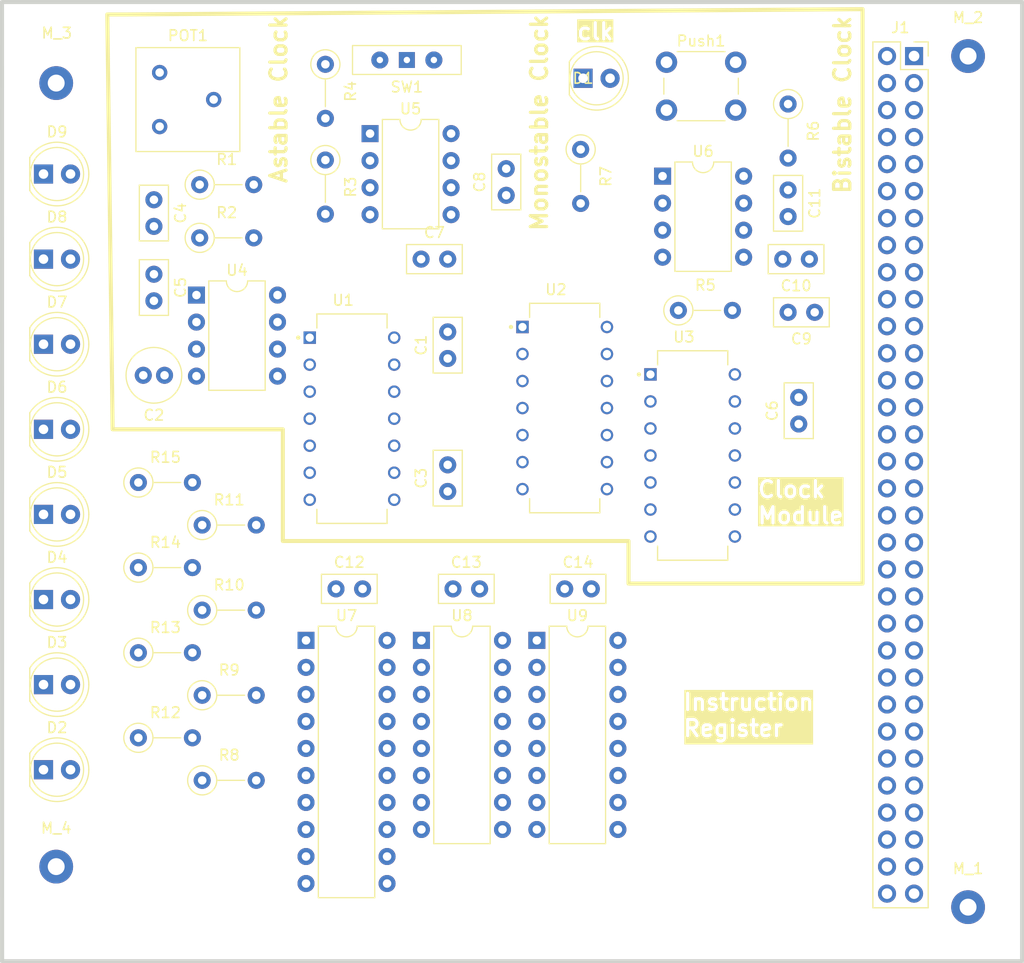
<source format=kicad_pcb>
(kicad_pcb (version 20240108) (generator "pcbnew") (generator_version "8.0")
  (title_block (title "Clock Module") (date "2024-10-22") (rev ".10") (company "Arsenal Gear"))
  (layers (0 "F.Cu" signal) (31 "B.Cu" signal) (34 "B.Paste" user) (35 "F.Paste" user) (36 "B.SilkS" user "B.Silkscreen") (37 "F.SilkS" user "F.Silkscreen") (38 "B.Mask" user) (39 "F.Mask" user) (44 "Edge.Cuts" user))
  (net 0 "")
  (net 1 "GND")
  (net 2 "/CLK")
  (net 22 "/Clock/bistable_out")
  (net 45 "Net-(POT1-Pad2)")
  (net 46 "5V")
  (net 47 "/Clock/astable_out")
  (net 48 "/Clock/monostable_out")
  (net 49 "Net-(U4-THR)")
  (net 50 "Net-(U5-CV)")
  (net 51 "Net-(U6-DIS)")
  (net 52 "Net-(U6-CV)")
  (net 53 "Net-(D1-K)")
  (net 54 "Net-(U6-TR)")
  (net 55 "Net-(U4-DIS)")
  (net 56 "/~{CLK}")
  (net 57 "Net-(SW1-C)")
  (net 58 "Net-(SW1-A)")
  (net 59 "Net-(U1-Pad6)")
  (net 60 "Net-(U1-Pad9)")
  (net 61 "Net-(U1-Pad4)")
  (net 62 "/halt")
  (net 63 "Net-(U4-CV)")
  (net 64 "Net-(U1-Pad3)")
  (net 65 "Net-(U1-Pad10)")
  (net 72 "Net-(U1-Pad12)")
  (net 73 "Net-(D2-K)")
  (net 74 "/ir7")
  (net 75 "Net-(D3-K)")
  (net 76 "/ir6")
  (net 77 "Net-(D4-K)")
  (net 78 "/ir5")
  (net 79 "/ir4")
  (net 80 "Net-(D5-K)")
  (net 81 "Net-(D6-K)")
  (net 82 "/bus4")
  (net 83 "Net-(D7-K)")
  (net 84 "/bus5")
  (net 85 "/bus6")
  (net 86 "Net-(D8-K)")
  (net 87 "/bus7")
  (net 88 "Net-(D9-K)")
  (net 89 "/bus3")
  (net 90 "/clearIR")
  (net 91 "/bus2")
  (net 92 "/bus0")
  (net 93 "/~{IR_OE}")
  (net 94 "/bus1")
  (net 95 "/~{IR_IE}")
  (net 96 "Net-(D2-A)")
  (net 97 "Net-(D3-A)")
  (net 98 "Net-(D4-A)")
  (net 99 "Net-(D5-A)")
  (footprint "LED_THT:LED_D5.0mm" (layer "F.Cu") (at 136.525 44)
    (property "Reference" "D1" (at 0 0 0) (layer "F.SilkS"))
    (property "Value" "LED")
    (pad "1" thru_hole rect (at 0 0) (size 1.8 1.8) (drill 0.9) (layers "*.Cu" "*.Mask") (net 53 "Net-(D1-K)"))
    (pad "2" thru_hole circle (at 2.54 0) (size 1.8 1.8) (drill 0.9) (layers "*.Cu" "*.Mask") (net 2 "/CLK"))
  )
  (footprint "LED_THT:LED_D5.0mm" (layer "F.Cu") (at 85.8 53)
    (property "Reference" "D9" (at 1.27 -3.96 0) (layer "F.SilkS"))
    (property "Value" "LED")
    (pad "1" thru_hole rect (at 0 0) (size 1.8 1.8) (drill 0.9) (layers "*.Cu" "*.Mask") (net 88 "Net-(D9-K)"))
    (pad "2" thru_hole circle (at 2.54 0) (size 1.8 1.8) (drill 0.9) (layers "*.Cu" "*.Mask") (net 74 "/ir7"))
  )
  (footprint "Capacitor_THT:C_Disc_D5.0mm_W2.5mm_P2.50mm" (layer "F.Cu") (at 113.3 92)
    (property "Reference" "C12" (at 1.25 -2.5 0) (layer "F.SilkS"))
    (property "Value" ".01µF")
    (pad "1" thru_hole circle (at 0 0) (size 1.6 1.6) (drill 0.8) (layers "*.Cu" "*.Mask") (net 1 "GND"))
    (pad "2" thru_hole circle (at 2.5 0) (size 1.6 1.6) (drill 0.8) (layers "*.Cu" "*.Mask") (net 46 "5V"))
  )
  (footprint "Resistor_THT:R_Axial_DIN0207_L6.3mm_D2.5mm_P5.08mm_Vertical" (layer "F.Cu") (at 145.485 65.82)
    (property "Reference" "R5" (at 2.54 -2.37 0) (layer "F.SilkS"))
    (property "Value" "1M")
    (pad "1" thru_hole circle (at 0 0) (size 1.6 1.6) (drill 0.8) (layers "*.Cu" "*.Mask") (net 46 "5V"))
    (pad "2" thru_hole oval (at 5.08 0) (size 1.6 1.6) (drill 0.8) (layers "*.Cu" "*.Mask") (net 51 "Net-(U6-DIS)"))
  )
  (footprint "Resistor_THT:R_Axial_DIN0207_L6.3mm_D2.5mm_P5.08mm_Vertical" (layer "F.Cu") (at 100.72 86)
    (property "Reference" "R11" (at 2.54 -2.37 0) (layer "F.SilkS"))
    (property "Value" "220")
    (pad "1" thru_hole circle (at 0 0) (size 1.6 1.6) (drill 0.8) (layers "*.Cu" "*.Mask") (net 80 "Net-(D5-K)"))
    (pad "2" thru_hole oval (at 5.08 0) (size 1.6 1.6) (drill 0.8) (layers "*.Cu" "*.Mask") (net 1 "GND"))
  )
  (footprint "Capacitor_THT:C_Disc_D5.0mm_W2.5mm_P2.50mm" (layer "F.Cu") (at 123.8 82.84 90)
    (property "Reference" "C3" (at 1.25 -2.5 90) (layer "F.SilkS"))
    (property "Value" ".01µF")
    (pad "1" thru_hole circle (at 0 0 90) (size 1.6 1.6) (drill 0.8) (layers "*.Cu" "*.Mask") (net 1 "GND"))
    (pad "2" thru_hole circle (at 2.5 0 90) (size 1.6 1.6) (drill 0.8) (layers "*.Cu" "*.Mask") (net 46 "5V"))
  )
  (footprint "Resistor_THT:R_Axial_DIN0207_L6.3mm_D2.5mm_P5.08mm_Vertical" (layer "F.Cu") (at 94.72 82)
    (property "Reference" "R15" (at 2.54 -2.37 0) (layer "F.SilkS"))
    (property "Value" "220")
    (pad "1" thru_hole circle (at 0 0) (size 1.6 1.6) (drill 0.8) (layers "*.Cu" "*.Mask") (net 88 "Net-(D9-K)"))
    (pad "2" thru_hole oval (at 5.08 0) (size 1.6 1.6) (drill 0.8) (layers "*.Cu" "*.Mask") (net 1 "GND"))
  )
  (footprint "MountingHole:MountingHole_2.5mm_Pad" (layer "F.Cu") (at 172.72 121.92)
    (property "Reference" "M_1" (at 0 -3.62325 0) (layer "F.SilkS"))
    (property "Value" "MountingHole_2.5mm_Pad" (hide yes))
    (pad "1" thru_hole circle (at 0 0) (size 3.175 3.175) (drill 1.5875) (layers "*.Cu" "*.Mask") (net 1 "GND"))
  )
  (footprint "LED_THT:LED_D5.0mm" (layer "F.Cu") (at 85.8 101)
    (property "Reference" "D3" (at 1.27 -3.96 0) (layer "F.SilkS"))
    (property "Value" "LED")
    (pad "1" thru_hole rect (at 0 0) (size 1.8 1.8) (drill 0.9) (layers "*.Cu" "*.Mask") (net 75 "Net-(D3-K)"))
    (pad "2" thru_hole circle (at 2.54 0) (size 1.8 1.8) (drill 0.9) (layers "*.Cu" "*.Mask") (net 97 "Net-(D3-A)"))
  )
  (footprint "LED_THT:LED_D5.0mm" (layer "F.Cu") (at 85.8 61)
    (property "Reference" "D8" (at 1.27 -3.96 0) (layer "F.SilkS"))
    (property "Value" "LED")
    (pad "1" thru_hole rect (at 0 0) (size 1.8 1.8) (drill 0.9) (layers "*.Cu" "*.Mask") (net 86 "Net-(D8-K)"))
    (pad "2" thru_hole circle (at 2.54 0) (size 1.8 1.8) (drill 0.9) (layers "*.Cu" "*.Mask") (net 76 "/ir6"))
  )
  (footprint "Capacitor_THT:C_Disc_D5.0mm_W2.5mm_P2.50mm" (layer "F.Cu") (at 96.18 55.42 -90)
    (property "Reference" "C4" (at 1.25 -2.5 90) (layer "F.SilkS"))
    (property "Value" ".01µF")
    (pad "1" thru_hole circle (at 0 0 270) (size 1.6 1.6) (drill 0.8) (layers "*.Cu" "*.Mask") (net 1 "GND"))
    (pad "2" thru_hole circle (at 2.5 0 270) (size 1.6 1.6) (drill 0.8) (layers "*.Cu" "*.Mask") (net 63 "Net-(U4-CV)"))
  )
  (footprint "Resistor_THT:R_Axial_DIN0207_L6.3mm_D2.5mm_P5.08mm_Vertical" (layer "F.Cu") (at 100.485 59)
    (property "Reference" "R2" (at 2.54 -2.37 0) (layer "F.SilkS"))
    (property "Value" "1K")
    (pad "1" thru_hole circle (at 0 0) (size 1.6 1.6) (drill 0.8) (layers "*.Cu" "*.Mask") (net 55 "Net-(U4-DIS)"))
    (pad "2" thru_hole oval (at 5.08 0) (size 1.6 1.6) (drill 0.8) (layers "*.Cu" "*.Mask") (net 45 "Net-(POT1-Pad2)"))
  )
  (footprint "Resistor_THT:R_Axial_DIN0207_L6.3mm_D2.5mm_P5.08mm_Vertical" (layer "F.Cu") (at 100.485 54)
    (property "Reference" "R1" (at 2.54 -2.37 0) (layer "F.SilkS"))
    (property "Value" "1K")
    (pad "1" thru_hole circle (at 0 0) (size 1.6 1.6) (drill 0.8) (layers "*.Cu" "*.Mask") (net 55 "Net-(U4-DIS)"))
    (pad "2" thru_hole oval (at 5.08 0) (size 1.6 1.6) (drill 0.8) (layers "*.Cu" "*.Mask") (net 46 "5V"))
  )
  (footprint "Resistor_THT:R_Axial_DIN0207_L6.3mm_D2.5mm_P5.08mm_Vertical" (layer "F.Cu") (at 155.8 46.42 -90)
    (property "Reference" "R6" (at 2.54 -2.37 90) (layer "F.SilkS"))
    (property "Value" "1K")
    (pad "1" thru_hole circle (at 0 0 270) (size 1.6 1.6) (drill 0.8) (layers "*.Cu" "*.Mask") (net 54 "Net-(U6-TR)"))
    (pad "2" thru_hole oval (at 5.08 0 270) (size 1.6 1.6) (drill 0.8) (layers "*.Cu" "*.Mask") (net 46 "5V"))
  )
  (footprint "LED_THT:LED_D5.0mm" (layer "F.Cu") (at 85.8 85)
    (property "Reference" "D5" (at 1.27 -3.96 0) (layer "F.SilkS"))
    (property "Value" "LED")
    (pad "1" thru_hole rect (at 0 0) (size 1.8 1.8) (drill 0.9) (layers "*.Cu" "*.Mask") (net 80 "Net-(D5-K)"))
    (pad "2" thru_hole circle (at 2.54 0) (size 1.8 1.8) (drill 0.9) (layers "*.Cu" "*.Mask") (net 99 "Net-(D5-A)"))
  )
  (footprint "Package_DIP:DIP-8_W7.62mm" (layer "F.Cu") (at 144 53.2)
    (property "Reference" "U6" (at 3.81 -2.33 0) (layer "F.SilkS"))
    (property "Value" "LM555xN")
    (pad "1" thru_hole rect (at 0 0) (size 1.6 1.6) (drill 0.8) (layers "*.Cu" "*.Mask") (net 1 "GND"))
    (pad "2" thru_hole oval (at 0 2.54) (size 1.6 1.6) (drill 0.8) (layers "*.Cu" "*.Mask") (net 54 "Net-(U6-TR)"))
    (pad "3" thru_hole oval (at 0 5.08) (size 1.6 1.6) (drill 0.8) (layers "*.Cu" "*.Mask") (net 48 "/Clock/monostable_out"))
    (pad "4" thru_hole oval (at 0 7.62) (size 1.6 1.6) (drill 0.8) (layers "*.Cu" "*.Mask") (net 46 "5V"))
    (pad "5" thru_hole oval (at 7.62 7.62) (size 1.6 1.6) (drill 0.8) (layers "*.Cu" "*.Mask") (net 52 "Net-(U6-CV)"))
    (pad "6" thru_hole oval (at 7.62 5.08) (size 1.6 1.6) (drill 0.8) (layers "*.Cu" "*.Mask") (net 51 "Net-(U6-DIS)"))
    (pad "7" thru_hole oval (at 7.62 2.54) (size 1.6 1.6) (drill 0.8) (layers "*.Cu" "*.Mask") (net 51 "Net-(U6-DIS)"))
    (pad "8" thru_hole oval (at 7.62 0) (size 1.6 1.6) (drill 0.8) (layers "*.Cu" "*.Mask") (net 46 "5V"))
  )
  (footprint "Resistor_THT:R_Axial_DIN0207_L6.3mm_D2.5mm_P5.08mm_Vertical" (layer "F.Cu") (at 94.72 98)
    (property "Reference" "R13" (at 2.54 -2.37 0) (layer "F.SilkS"))
    (property "Value" "220")
    (pad "1" thru_hole circle (at 0 0) (size 1.6 1.6) (drill 0.8) (layers "*.Cu" "*.Mask") (net 83 "Net-(D7-K)"))
    (pad "2" thru_hole oval (at 5.08 0) (size 1.6 1.6) (drill 0.8) (layers "*.Cu" "*.Mask") (net 1 "GND"))
  )
  (footprint "Package_DIP:DIP-16_W7.62mm" (layer "F.Cu") (at 121.33 96.84)
    (property "Reference" "U8" (at 3.81 -2.33 0) (layer "F.SilkS"))
    (property "Value" "74LS173")
    (pad "1" thru_hole rect (at 0 0) (size 1.6 1.6) (drill 0.8) (layers "*.Cu" "*.Mask") (net 1 "GND"))
    (pad "2" thru_hole oval (at 0 2.54) (size 1.6 1.6) (drill 0.8) (layers "*.Cu" "*.Mask") (net 1 "GND"))
    (pad "3" thru_hole oval (at 0 5.08) (size 1.6 1.6) (drill 0.8) (layers "*.Cu" "*.Mask") (net 96 "Net-(D2-A)"))
    (pad "4" thru_hole oval (at 0 7.62) (size 1.6 1.6) (drill 0.8) (layers "*.Cu" "*.Mask") (net 97 "Net-(D3-A)"))
    (pad "5" thru_hole oval (at 0 10.16) (size 1.6 1.6) (drill 0.8) (layers "*.Cu" "*.Mask") (net 98 "Net-(D4-A)"))
    (pad "6" thru_hole oval (at 0 12.7) (size 1.6 1.6) (drill 0.8) (layers "*.Cu" "*.Mask") (net 99 "Net-(D5-A)"))
    (pad "7" thru_hole oval (at 0 15.24) (size 1.6 1.6) (drill 0.8) (layers "*.Cu" "*.Mask") (net 2 "/CLK"))
    (pad "8" thru_hole oval (at 0 17.78) (size 1.6 1.6) (drill 0.8) (layers "*.Cu" "*.Mask") (net 1 "GND"))
    (pad "9" thru_hole oval (at 7.62 17.78) (size 1.6 1.6) (drill 0.8) (layers "*.Cu" "*.Mask") (net 95 "/~{IR_IE}"))
    (pad "10" thru_hole oval (at 7.62 15.24) (size 1.6 1.6) (drill 0.8) (layers "*.Cu" "*.Mask") (net 95 "/~{IR_IE}"))
    (pad "11" thru_hole oval (at 7.62 12.7) (size 1.6 1.6) (drill 0.8) (layers "*.Cu" "*.Mask") (net 89 "/bus3"))
    (pad "12" thru_hole oval (at 7.62 10.16) (size 1.6 1.6) (drill 0.8) (layers "*.Cu" "*.Mask") (net 91 "/bus2"))
    (pad "13" thru_hole oval (at 7.62 7.62) (size 1.6 1.6) (drill 0.8) (layers "*.Cu" "*.Mask") (net 94 "/bus1"))
    (pad "14" thru_hole oval (at 7.62 5.08) (size 1.6 1.6) (drill 0.8) (layers "*.Cu" "*.Mask") (net 92 "/bus0"))
    (pad "15" thru_hole oval (at 7.62 2.54) (size 1.6 1.6) (drill 0.8) (layers "*.Cu" "*.Mask") (net 90 "/clearIR"))
    (pad "16" thru_hole oval (at 7.62 0) (size 1.6 1.6) (drill 0.8) (layers "*.Cu" "*.Mask") (net 46 "5V"))
  )
  (footprint "MyFootPrints:SW_Slide-Jameco-SS-12E17-G020" (layer "F.Cu") (at 119.96 42.28 180)
    (property "Reference" "SW1" (at 0 -2.54 0) (layer "F.SilkS"))
    (property "Value" "Switch")
    (pad "1" thru_hole rect (at 0 0 180) (size 1.5 1.5) (drill 0.6) (layers "*.Cu" "*.Mask") (net 46 "5V"))
    (pad "2" thru_hole circle (at -2.54 0 180) (size 1.6 1.6) (drill 0.6) (layers "*.Cu" "*.Mask") (net 57 "Net-(SW1-C)"))
    (pad "3" thru_hole circle (at 2.54 0 180) (size 1.6 1.6) (drill 0.6) (layers "*.Cu" "*.Mask") (net 58 "Net-(SW1-A)"))
  )
  (footprint "Capacitor_THT:C_Disc_D5.0mm_W2.5mm_P2.50mm" (layer "F.Cu") (at 155.8 54.5 -90)
    (property "Reference" "C11" (at 1.25 -2.5 90) (layer "F.SilkS"))
    (property "Value" "47uF")
    (pad "1" thru_hole circle (at 0 0 270) (size 1.6 1.6) (drill 0.8) (layers "*.Cu" "*.Mask") (net 46 "5V"))
    (pad "2" thru_hole circle (at 2.5 0 270) (size 1.6 1.6) (drill 0.8) (layers "*.Cu" "*.Mask") (net 1 "GND"))
  )
  (footprint "Resistor_THT:R_Axial_DIN0207_L6.3mm_D2.5mm_P5.08mm_Vertical" (layer "F.Cu") (at 100.72 94)
    (property "Reference" "R10" (at 2.54 -2.37 0) (layer "F.SilkS"))
    (property "Value" "220")
    (pad "1" thru_hole circle (at 0 0) (size 1.6 1.6) (drill 0.8) (layers "*.Cu" "*.Mask") (net 77 "Net-(D4-K)"))
    (pad "2" thru_hole oval (at 5.08 0) (size 1.6 1.6) (drill 0.8) (layers "*.Cu" "*.Mask") (net 1 "GND"))
  )
  (footprint "Resistor_THT:R_Axial_DIN0207_L6.3mm_D2.5mm_P5.08mm_Vertical" (layer "F.Cu") (at 94.72 90)
    (property "Reference" "R14" (at 2.54 -2.37 0) (layer "F.SilkS"))
    (property "Value" "220")
    (pad "1" thru_hole circle (at 0 0) (size 1.6 1.6) (drill 0.8) (layers "*.Cu" "*.Mask") (net 86 "Net-(D8-K)"))
    (pad "2" thru_hole oval (at 5.08 0) (size 1.6 1.6) (drill 0.8) (layers "*.Cu" "*.Mask") (net 1 "GND"))
  )
  (footprint "MyFootPrints:SN74LS32N" (layer "F.Cu") (at 134.8 75)
    (property "Reference" "U2" (at -0.825 -11.135 0) (layer "F.SilkS"))
    (property "Value" "74LS32")
    (pad "1" thru_hole rect (at -3.97 -7.62) (size 1.17 1.17) (drill 0.77) (layers "*.Cu" "*.Mask") (net 64 "Net-(U1-Pad3)"))
    (pad "2" thru_hole circle (at -3.97 -5.08) (size 1.17 1.17) (drill 0.77) (layers "*.Cu" "*.Mask") (net 59 "Net-(U1-Pad6)"))
    (pad "3" thru_hole circle (at -3.97 -2.54) (size 1.17 1.17) (drill 0.77) (layers "*.Cu" "*.Mask") (net 60 "Net-(U1-Pad9)"))
    (pad "4" thru_hole circle (at -3.97 0) (size 1.17 1.17) (drill 0.77) (layers "*.Cu" "*.Mask") (net 46 "5V"))
    (pad "5" thru_hole circle (at -3.97 2.54) (size 1.17 1.17) (drill 0.77) (layers "*.Cu" "*.Mask") (net 46 "5V"))
    (pad "6" thru_hole circle (at -3.97 5.08) (size 1.17 1.17) (drill 0.77) (layers "*.Cu" "*.Mask"))
    (pad "7" thru_hole circle (at -3.97 7.62) (size 1.17 1.17) (drill 0.77) (layers "*.Cu" "*.Mask") (net 1 "GND"))
    (pad "8" thru_hole circle (at 3.97 7.62) (size 1.17 1.17) (drill 0.77) (layers "*.Cu" "*.Mask"))
    (pad "9" thru_hole circle (at 3.97 5.08) (size 1.17 1.17) (drill 0.77) (layers "*.Cu" "*.Mask") (net 46 "5V"))
    (pad "10" thru_hole circle (at 3.97 2.54) (size 1.17 1.17) (drill 0.77) (layers "*.Cu" "*.Mask") (net 46 "5V"))
    (pad "11" thru_hole circle (at 3.97 0) (size 1.17 1.17) (drill 0.77) (layers "*.Cu" "*.Mask"))
    (pad "12" thru_hole circle (at 3.97 -2.54) (size 1.17 1.17) (drill 0.77) (layers "*.Cu" "*.Mask") (net 46 "5V"))
    (pad "13" thru_hole circle (at 3.97 -5.08) (size 1.17 1.17) (drill 0.77) (layers "*.Cu" "*.Mask") (net 46 "5V"))
    (pad "14" thru_hole circle (at 3.97 -7.62) (size 1.17 1.17) (drill 0.77) (layers "*.Cu" "*.Mask") (net 46 "5V"))
  )
  (footprint "Capacitor_THT:C_Radial_D5.0mm_H11.0mm_P2.00mm" (layer "F.Cu") (at 97.18 71.92 180)
    (property "Reference" "C2" (at 1 -3.75 0) (layer "F.SilkS"))
    (property "Value" "1µF")
    (pad "1" thru_hole circle (at 0 0 180) (size 1.6 1.6) (drill 0.8) (layers "*.Cu" "*.Mask") (net 49 "Net-(U4-THR)"))
    (pad "2" thru_hole circle (at 2 0 180) (size 1.6 1.6) (drill 0.8) (layers "*.Cu" "*.Mask") (net 1 "GND"))
  )
  (footprint "Capacitor_THT:C_Disc_D5.0mm_W2.5mm_P2.50mm" (layer "F.Cu") (at 134.8 92)
    (property "Reference" "C14" (at 1.25 -2.5 360) (layer "F.SilkS"))
    (property "Value" ".01µF")
    (pad "1" thru_hole circle (at 0 0) (size 1.6 1.6) (drill 0.8) (layers "*.Cu" "*.Mask") (net 1 "GND"))
    (pad "2" thru_hole circle (at 2.5 0) (size 1.6 1.6) (drill 0.8) (layers "*.Cu" "*.Mask") (net 46 "5V"))
  )
  (footprint "Capacitor_THT:C_Disc_D5.0mm_W2.5mm_P2.50mm" (layer "F.Cu") (at 156.8 76.5 90)
    (property "Reference" "C6" (at 1.25 -2.5 90) (layer "F.SilkS"))
    (property "Value" ".01µF")
    (pad "1" thru_hole circle (at 0 0 90) (size 1.6 1.6) (drill 0.8) (layers "*.Cu" "*.Mask") (net 1 "GND"))
    (pad "2" thru_hole circle (at 2.5 0 90) (size 1.6 1.6) (drill 0.8) (layers "*.Cu" "*.Mask") (net 46 "5V"))
  )
  (footprint "Package_DIP:DIP-8_W7.62mm" (layer "F.Cu") (at 116.5 49.2)
    (property "Reference" "U5" (at 3.81 -2.33 0) (layer "F.SilkS"))
    (property "Value" "LM555xN")
    (pad "1" thru_hole rect (at 0 0) (size 1.6 1.6) (drill 0.8) (layers "*.Cu" "*.Mask") (net 1 "GND"))
    (pad "2" thru_hole oval (at 0 2.54) (size 1.6 1.6) (drill 0.8) (layers "*.Cu" "*.Mask") (net 58 "Net-(SW1-A)"))
    (pad "3" thru_hole oval (at 0 5.08) (size 1.6 1.6) (drill 0.8) (layers "*.Cu" "*.Mask") (net 22 "/Clock/bistable_out"))
    (pad "4" thru_hole oval (at 0 7.62) (size 1.6 1.6) (drill 0.8) (layers "*.Cu" "*.Mask") (net 57 "Net-(SW1-C)"))
    (pad "5" thru_hole oval (at 7.62 7.62) (size 1.6 1.6) (drill 0.8) (layers "*.Cu" "*.Mask") (net 50 "Net-(U5-CV)"))
    (pad "6" thru_hole oval (at 7.62 5.08) (size 1.6 1.6) (drill 0.8) (layers "*.Cu" "*.Mask") (net 1 "GND"))
    (pad "7" thru_hole oval (at 7.62 2.54) (size 1.6 1.6) (drill 0.8) (layers "*.Cu" "*.Mask") (net 1 "GND"))
    (pad "8" thru_hole oval (at 7.62 0) (size 1.6 1.6) (drill 0.8) (layers "*.Cu" "*.Mask") (net 46 "5V"))
  )
  (footprint "LED_THT:LED_D5.0mm" (layer "F.Cu") (at 85.8 109)
    (property "Reference" "D2" (at 1.27 -3.96 0) (layer "F.SilkS"))
    (property "Value" "LED")
    (pad "1" thru_hole rect (at 0 0) (size 1.8 1.8) (drill 0.9) (layers "*.Cu" "*.Mask") (net 73 "Net-(D2-K)"))
    (pad "2" thru_hole circle (at 2.54 0) (size 1.8 1.8) (drill 0.9) (layers "*.Cu" "*.Mask") (net 96 "Net-(D2-A)"))
  )
  (footprint "Resistor_THT:R_Axial_DIN0207_L6.3mm_D2.5mm_P5.08mm_Vertical" (layer "F.Cu") (at 100.72 110)
    (property "Reference" "R8" (at 2.54 -2.37 0) (layer "F.SilkS"))
    (property "Value" "220")
    (pad "1" thru_hole circle (at 0 0) (size 1.6 1.6) (drill 0.8) (layers "*.Cu" "*.Mask") (net 73 "Net-(D2-K)"))
    (pad "2" thru_hole oval (at 5.08 0) (size 1.6 1.6) (drill 0.8) (layers "*.Cu" "*.Mask") (net 1 "GND"))
  )
  (footprint "Capacitor_THT:C_Disc_D5.0mm_W2.5mm_P2.50mm" (layer "F.Cu") (at 123.8 70.34 90)
    (property "Reference" "C1" (at 1.25 -2.5 90) (layer "F.SilkS"))
    (property "Value" ".01µF")
    (pad "1" thru_hole circle (at 0 0 90) (size 1.6 1.6) (drill 0.8) (layers "*.Cu" "*.Mask") (net 1 "GND"))
    (pad "2" thru_hole circle (at 2.5 0 90) (size 1.6 1.6) (drill 0.8) (layers "*.Cu" "*.Mask") (net 46 "5V"))
  )
  (footprint "MyFootPrints:SN74LS08N" (layer "F.Cu") (at 114.8 76)
    (property "Reference" "U1" (at -0.825 -11.135 0) (layer "F.SilkS"))
    (property "Value" "74LS08")
    (pad "1" thru_hole rect (at -3.97 -7.62) (size 1.17 1.17) (drill 0.77) (layers "*.Cu" "*.Mask") (net 47 "/Clock/astable_out"))
    (pad "2" thru_hole circle (at -3.97 -5.08) (size 1.17 1.17) (drill 0.77) (layers "*.Cu" "*.Mask") (net 22 "/Clock/bistable_out"))
    (pad "3" thru_hole circle (at -3.97 -2.54) (size 1.17 1.17) (drill 0.77) (layers "*.Cu" "*.Mask") (net 64 "Net-(U1-Pad3)"))
    (pad "4" thru_hole circle (at -3.97 0) (size 1.17 1.17) (drill 0.77) (layers "*.Cu" "*.Mask") (net 61 "Net-(U1-Pad4)"))
    (pad "5" thru_hole circle (at -3.97 2.54) (size 1.17 1.17) (drill 0.77) (layers "*.Cu" "*.Mask") (net 48 "/Clock/monostable_out"))
    (pad "6" thru_hole circle (at -3.97 5.08) (size 1.17 1.17) (drill 0.77) (layers "*.Cu" "*.Mask") (net 59 "Net-(U1-Pad6)"))
    (pad "7" thru_hole circle (at -3.97 7.62) (size 1.17 1.17) (drill 0.77) (layers "*.Cu" "*.Mask") (net 1 "GND"))
    (pad "8" thru_hole circle (at 3.97 7.62) (size 1.17 1.17) (drill 0.77) (layers "*.Cu" "*.Mask") (net 72 "Net-(U1-Pad12)"))
    (pad "9" thru_hole circle (at 3.97 5.08) (size 1.17 1.17) (drill 0.77) (layers "*.Cu" "*.Mask") (net 60 "Net-(U1-Pad9)"))
    (pad "10" thru_hole circle (at 3.97 2.54) (size 1.17 1.17) (drill 0.77) (layers "*.Cu" "*.Mask") (net 65 "Net-(U1-Pad10)"))
    (pad "11" thru_hole circle (at 3.97 0) (size 1.17 1.17) (drill 0.77) (layers "*.Cu" "*.Mask") (net 2 "/CLK"))
    (pad "12" thru_hole circle (at 3.97 -2.54) (size 1.17 1.17) (drill 0.77) (layers "*.Cu" "*.Mask") (net 72 "Net-(U1-Pad12)"))
    (pad "13" thru_hole circle (at 3.97 -5.08) (size 1.17 1.17) (drill 0.77) (layers "*.Cu" "*.Mask") (net 1 "GND"))
    (pad "14" thru_hole circle (at 3.97 -7.62) (size 1.17 1.17) (drill 0.77) (layers "*.Cu" "*.Mask") (net 46 "5V"))
  )
  (footprint "Capacitor_THT:C_Disc_D5.0mm_W2.5mm_P2.50mm" (layer "F.Cu") (at 129.3 55 90)
    (property "Reference" "C8" (at 1.25 -2.5 90) (layer "F.SilkS"))
    (property "Value" "47uF")
    (pad "1" thru_hole circle (at 0 0 90) (size 1.6 1.6) (drill 0.8) (layers "*.Cu" "*.Mask") (net 1 "GND"))
    (pad "2" thru_hole circle (at 2.5 0 90) (size 1.6 1.6) (drill 0.8) (layers "*.Cu" "*.Mask") (net 46 "5V"))
  )
  (footprint "MyFootPrints:SN74LS04N" (layer "F.Cu") (at 146.83 79.46)
    (property "Reference" "U3" (at -0.825 -11.135 0) (layer "F.SilkS"))
    (property "Value" "74LS04")
    (pad "1" thru_hole rect (at -3.97 -7.62) (size 1.17 1.17) (drill 0.77) (layers "*.Cu" "*.Mask") (net 22 "/Clock/bistable_out"))
    (pad "2" thru_hole circle (at -3.97 -5.08) (size 1.17 1.17) (drill 0.77) (layers "*.Cu" "*.Mask") (net 61 "Net-(U1-Pad4)"))
    (pad "3" thru_hole circle (at -3.97 -2.54) (size 1.17 1.17) (drill 0.77) (layers "*.Cu" "*.Mask") (net 62 "/halt"))
    (pad "4" thru_hole circle (at -3.97 0) (size 1.17 1.17) (drill 0.77) (layers "*.Cu" "*.Mask") (net 65 "Net-(U1-Pad10)"))
    (pad "5" thru_hole circle (at -3.97 2.54) (size 1.17 1.17) (drill 0.77) (layers "*.Cu" "*.Mask") (net 72 "Net-(U1-Pad12)"))
    (pad "6" thru_hole circle (at -3.97 5.08) (size 1.17 1.17) (drill 0.77) (layers "*.Cu" "*.Mask") (net 56 "/~{CLK}"))
    (pad "7" thru_hole circle (at -3.97 7.62) (size 1.17 1.17) (drill 0.77) (layers "*.Cu" "*.Mask") (net 1 "GND"))
    (pad "8" thru_hole circle (at 3.97 7.62) (size 1.17 1.17) (drill 0.77) (layers "*.Cu" "*.Mask"))
    (pad "9" thru_hole circle (at 3.97 5.08) (size 1.17 1.17) (drill 0.77) (layers "*.Cu" "*.Mask") (net 46 "5V"))
    (pad "10" thru_hole circle (at 3.97 2.54) (size 1.17 1.17) (drill 0.77) (layers "*.Cu" "*.Mask"))
    (pad "11" thru_hole circle (at 3.97 0) (size 1.17 1.17) (drill 0.77) (layers "*.Cu" "*.Mask") (net 46 "5V"))
    (pad "12" thru_hole circle (at 3.97 -2.54) (size 1.17 1.17) (drill 0.77) (layers "*.Cu" "*.Mask"))
    (pad "13" thru_hole circle (at 3.97 -5.08) (size 1.17 1.17) (drill 0.77) (layers "*.Cu" "*.Mask") (net 46 "5V"))
    (pad "14" thru_hole circle (at 3.97 -7.62) (size 1.17 1.17) (drill 0.77) (layers "*.Cu" "*.Mask") (net 46 "5V"))
  )
  (footprint "Capacitor_THT:C_Disc_D5.0mm_W2.5mm_P2.50mm" (layer "F.Cu") (at 96.18 62.42 -90)
    (property "Reference" "C5" (at 1.25 -2.5 90) (layer "F.SilkS"))
    (property "Value" "47µF")
    (pad "1" thru_hole circle (at 0 0 270) (size 1.6 1.6) (drill 0.8) (layers "*.Cu" "*.Mask") (net 46 "5V"))
    (pad "2" thru_hole circle (at 2.5 0 270) (size 1.6 1.6) (drill 0.8) (layers "*.Cu" "*.Mask") (net 1 "GND"))
  )
  (footprint "Capacitor_THT:C_Disc_D5.0mm_W2.5mm_P2.50mm" (layer "F.Cu") (at 157.8 61 180)
    (property "Reference" "C10" (at 1.25 -2.5 360) (layer "F.SilkS"))
    (property "Value" ".01µF")
    (pad "1" thru_hole circle (at 0 0 180) (size 1.6 1.6) (drill 0.8) (layers "*.Cu" "*.Mask") (net 1 "GND"))
    (pad "2" thru_hole circle (at 2.5 0 180) (size 1.6 1.6) (drill 0.8) (layers "*.Cu" "*.Mask") (net 52 "Net-(U6-CV)"))
  )
  (footprint "Capacitor_THT:C_Disc_D5.0mm_W2.5mm_P2.50mm" (layer "F.Cu") (at 124.3 92)
    (property "Reference" "C13" (at 1.25 -2.5 0) (layer "F.SilkS"))
    (property "Value" ".01µF")
    (pad "1" thru_hole circle (at 0 0) (size 1.6 1.6) (drill 0.8) (layers "*.Cu" "*.Mask") (net 1 "GND"))
    (pad "2" thru_hole circle (at 2.5 0) (size 1.6 1.6) (drill 0.8) (layers "*.Cu" "*.Mask") (net 46 "5V"))
  )
  (footprint "Resistor_THT:R_Axial_DIN0207_L6.3mm_D2.5mm_P5.08mm_Vertical" (layer "F.Cu") (at 100.72 102)
    (property "Reference" "R9" (at 2.54 -2.37 0) (layer "F.SilkS"))
    (property "Value" "220")
    (pad "1" thru_hole circle (at 0 0) (size 1.6 1.6) (drill 0.8) (layers "*.Cu" "*.Mask") (net 75 "Net-(D3-K)"))
    (pad "2" thru_hole oval (at 5.08 0) (size 1.6 1.6) (drill 0.8) (layers "*.Cu" "*.Mask") (net 1 "GND"))
  )
  (footprint "Package_DIP:DIP-16_W7.62mm" (layer "F.Cu") (at 132.18 96.84)
    (property "Reference" "U9" (at 3.81 -2.33 0) (layer "F.SilkS"))
    (property "Value" "74LS173")
    (pad "1" thru_hole rect (at 0 0) (size 1.6 1.6) (drill 0.8) (layers "*.Cu" "*.Mask") (net 1 "GND"))
    (pad "2" thru_hole oval (at 0 2.54) (size 1.6 1.6) (drill 0.8) (layers "*.Cu" "*.Mask") (net 1 "GND"))
    (pad "3" thru_hole oval (at 0 5.08) (size 1.6 1.6) (drill 0.8) (layers "*.Cu" "*.Mask") (net 79 "/ir4"))
    (pad "4" thru_hole oval (at 0 7.62) (size 1.6 1.6) (drill 0.8) (layers "*.Cu" "*.Mask") (net 78 "/ir5"))
    (pad "5" thru_hole oval (at 0 10.16) (size 1.6 1.6) (drill 0.8) (layers "*.Cu" "*.Mask") (net 76 "/ir6"))
    (pad "6" thru_hole oval (at 0 12.7) (size 1.6 1.6) (drill 0.8) (layers "*.Cu" "*.Mask") (net 74 "/ir7"))
    (pad "7" thru_hole oval (at 0 15.24) (size 1.6 1.6) (drill 0.8) (layers "*.Cu" "*.Mask") (net 2 "/CLK"))
    (pad "8" thru_hole oval (at 0 17.78) (size 1.6 1.6) (drill 0.8) (layers "*.Cu" "*.Mask") (net 1 "GND"))
    (pad "9" thru_hole oval (at 7.62 17.78) (size 1.6 1.6) (drill 0.8) (layers "*.Cu" "*.Mask") (net 95 "/~{IR_IE}"))
    (pad "10" thru_hole oval (at 7.62 15.24) (size 1.6 1.6) (drill 0.8) (layers "*.Cu" "*.Mask") (net 95 "/~{IR_IE}"))
    (pad "11" thru_hole oval (at 7.62 12.7) (size 1.6 1.6) (drill 0.8) (layers "*.Cu" "*.Mask") (net 87 "/bus7"))
    (pad "12" thru_hole oval (at 7.62 10.16) (size 1.6 1.6) (drill 0.8) (layers "*.Cu" "*.Mask") (net 85 "/bus6"))
    (pad "13" thru_hole oval (at 7.62 7.62) (size 1.6 1.6) (drill 0.8) (layers "*.Cu" "*.Mask") (net 84 "/bus5"))
    (pad "14" thru_hole oval (at 7.62 5.08) (size 1.6 1.6) (drill 0.8) (layers "*.Cu" "*.Mask") (net 82 "/bus4"))
    (pad "15" thru_hole oval (at 7.62 2.54) (size 1.6 1.6) (drill 0.8) (layers "*.Cu" "*.Mask") (net 90 "/clearIR"))
    (pad "16" thru_hole oval (at 7.62 0) (size 1.6 1.6) (drill 0.8) (layers "*.Cu" "*.Mask") (net 46 "5V"))
  )
  (footprint "Package_DIP:DIP-20_W7.62mm" (layer "F.Cu") (at 110.48 96.84)
    (property "Reference" "U7" (at 3.81 -2.33 0) (layer "F.SilkS"))
    (property "Value" "74LS245")
    (pad "1" thru_hole rect (at 0 0) (size 1.6 1.6) (drill 0.8) (layers "*.Cu" "*.Mask") (net 46 "5V"))
    (pad "2" thru_hole oval (at 0 2.54) (size 1.6 1.6) (drill 0.8) (layers "*.Cu" "*.Mask") (net 79 "/ir4"))
    (pad "3" thru_hole oval (at 0 5.08) (size 1.6 1.6) (drill 0.8) (layers "*.Cu" "*.Mask") (net 78 "/ir5"))
    (pad "4" thru_hole oval (at 0 7.62) (size 1.6 1.6) (drill 0.8) (layers "*.Cu" "*.Mask") (net 76 "/ir6"))
    (pad "5" thru_hole oval (at 0 10.16) (size 1.6 1.6) (drill 0.8) (layers "*.Cu" "*.Mask") (net 74 "/ir7"))
    (pad "6" thru_hole oval (at 0 12.7) (size 1.6 1.6) (drill 0.8) (layers "*.Cu" "*.Mask") (net 1 "GND"))
    (pad "7" thru_hole oval (at 0 15.24) (size 1.6 1.6) (drill 0.8) (layers "*.Cu" "*.Mask") (net 1 "GND"))
    (pad "8" thru_hole oval (at 0 17.78) (size 1.6 1.6) (drill 0.8) (layers "*.Cu" "*.Mask") (net 1 "GND"))
    (pad "9" thru_hole oval (at 0 20.32) (size 1.6 1.6) (drill 0.8) (layers "*.Cu" "*.Mask") (net 1 "GND"))
    (pad "10" thru_hole oval (at 0 22.86) (size 1.6 1.6) (drill 0.8) (layers "*.Cu" "*.Mask") (net 1 "GND"))
    (pad "11" thru_hole oval (at 7.62 22.86) (size 1.6 1.6) (drill 0.8) (layers "*.Cu" "*.Mask") (net 87 "/bus7"))
    (pad "12" thru_hole oval (at 7.62 20.32) (size 1.6 1.6) (drill 0.8) (layers "*.Cu" "*.Mask") (net 85 "/bus6"))
    (pad "13" thru_hole oval (at 7.62 17.78) (size 1.6 1.6) (drill 0.8) (layers "*.Cu" "*.Mask") (net 84 "/bus5"))
    (pad "14" thru_hole oval (at 7.62 15.24) (size 1.6 1.6) (drill 0.8) (layers "*.Cu" "*.Mask") (net 82 "/bus4"))
    (pad "15" thru_hole oval (at 7.62 12.7) (size 1.6 1.6) (drill 0.8) (layers "*.Cu" "*.Mask") (net 89 "/bus3"))
    (pad "16" thru_hole oval (at 7.62 10.16) (size 1.6 1.6) (drill 0.8) (layers "*.Cu" "*.Mask") (net 91 "/bus2"))
    (pad "17" thru_hole oval (at 7.62 7.62) (size 1.6 1.6) (drill 0.8) (layers "*.Cu" "*.Mask") (net 94 "/bus1"))
    (pad "18" thru_hole oval (at 7.62 5.08) (size 1.6 1.6) (drill 0.8) (layers "*.Cu" "*.Mask") (net 92 "/bus0"))
    (pad "19" thru_hole oval (at 7.62 2.54) (size 1.6 1.6) (drill 0.8) (layers "*.Cu" "*.Mask") (net 93 "/~{IR_OE}"))
    (pad "20" thru_hole oval (at 7.62 0) (size 1.6 1.6) (drill 0.8) (layers "*.Cu" "*.Mask") (net 46 "5V"))
  )
  (footprint "Resistor_THT:R_Axial_DIN0207_L6.3mm_D2.5mm_P5.08mm_Vertical" (layer "F.Cu") (at 94.72 106)
    (property "Reference" "R12" (at 2.54 -2.37 0) (layer "F.SilkS"))
    (property "Value" "220")
    (pad "1" thru_hole circle (at 0 0) (size 1.6 1.6) (drill 0.8) (layers "*.Cu" "*.Mask") (net 81 "Net-(D6-K)"))
    (pad "2" thru_hole oval (at 5.08 0) (size 1.6 1.6) (drill 0.8) (layers "*.Cu" "*.Mask") (net 1 "GND"))
  )
  (footprint "Package_DIP:DIP-8_W7.62mm" (layer "F.Cu") (at 100.18 64.38)
    (property "Reference" "U4" (at 3.81 -2.33 0) (layer "F.SilkS"))
    (property "Value" "LM555xN")
    (pad "1" thru_hole rect (at 0 0) (size 1.6 1.6) (drill 0.8) (layers "*.Cu" "*.Mask") (net 1 "GND"))
    (pad "2" thru_hole oval (at 0 2.54) (size 1.6 1.6) (drill 0.8) (layers "*.Cu" "*.Mask") (net 49 "Net-(U4-THR)"))
    (pad "3" thru_hole oval (at 0 5.08) (size 1.6 1.6) (drill 0.8) (layers "*.Cu" "*.Mask") (net 47 "/Clock/astable_out"))
    (pad "4" thru_hole oval (at 0 7.62) (size 1.6 1.6) (drill 0.8) (layers "*.Cu" "*.Mask") (net 46 "5V"))
    (pad "5" thru_hole oval (at 7.62 7.62) (size 1.6 1.6) (drill 0.8) (layers "*.Cu" "*.Mask") (net 63 "Net-(U4-CV)"))
    (pad "6" thru_hole oval (at 7.62 5.08) (size 1.6 1.6) (drill 0.8) (layers "*.Cu" "*.Mask") (net 49 "Net-(U4-THR)"))
    (pad "7" thru_hole oval (at 7.62 2.54) (size 1.6 1.6) (drill 0.8) (layers "*.Cu" "*.Mask") (net 55 "Net-(U4-DIS)"))
    (pad "8" thru_hole oval (at 7.62 0) (size 1.6 1.6) (drill 0.8) (layers "*.Cu" "*.Mask") (net 46 "5V"))
  )
  (footprint "Connector_PinSocket_2.54mm:PinSocket_2x32_P2.54mm_Vertical" (layer "F.Cu") (at 167.64 41.91)
    (property "Reference" "J1" (at -1.29 -2.67325 0) (layer "F.SilkS"))
    (property "Value" "PC104")
    (pad "1" thru_hole rect (at 0 0) (size 1.7 1.7) (drill 1) (layers "*.Cu" "*.Mask"))
    (pad "2" thru_hole oval (at -2.54 0) (size 1.7 1.7) (drill 1) (layers "*.Cu" "*.Mask") (net 87 "/bus7"))
    (pad "3" thru_hole oval (at 0 2.54) (size 1.7 1.7) (drill 1) (layers "*.Cu" "*.Mask") (net 85 "/bus6"))
    (pad "4" thru_hole oval (at -2.54 2.54) (size 1.7 1.7) (drill 1) (layers "*.Cu" "*.Mask") (net 84 "/bus5"))
    (pad "5" thru_hole oval (at 0 5.08) (size 1.7 1.7) (drill 1) (layers "*.Cu" "*.Mask") (net 82 "/bus4"))
    (pad "6" thru_hole oval (at -2.54 5.08) (size 1.7 1.7) (drill 1) (layers "*.Cu" "*.Mask") (net 89 "/bus3"))
    (pad "7" thru_hole oval (at 0 7.62) (size 1.7 1.7) (drill 1) (layers "*.Cu" "*.Mask") (net 91 "/bus2"))
    (pad "8" thru_hole oval (at -2.54 7.62) (size 1.7 1.7) (drill 1) (layers "*.Cu" "*.Mask") (net 94 "/bus1"))
    (pad "9" thru_hole oval (at 0 10.16) (size 1.7 1.7) (drill 1) (layers "*.Cu" "*.Mask") (net 92 "/bus0"))
    (pad "10" thru_hole oval (at -2.54 10.16) (size 1.7 1.7) (drill 1) (layers "*.Cu" "*.Mask"))
    (pad "11" thru_hole oval (at 0 12.7) (size 1.7 1.7) (drill 1) (layers "*.Cu" "*.Mask"))
    (pad "12" thru_hole oval (at -2.54 12.7) (size 1.7 1.7) (drill 1) (layers "*.Cu" "*.Mask"))
    (pad "13" thru_hole oval (at 0 15.24) (size 1.7 1.7) (drill 1) (layers "*.Cu" "*.Mask"))
    (pad "14" thru_hole oval (at -2.54 15.24) (size 1.7 1.7) (drill 1) (layers "*.Cu" "*.Mask") (net 90 "/clearIR"))
    (pad "15" thru_hole oval (at 0 17.78) (size 1.7 1.7) (drill 1) (layers "*.Cu" "*.Mask"))
    (pad "16" thru_hole oval (at -2.54 17.78) (size 1.7 1.7) (drill 1) (layers "*.Cu" "*.Mask"))
    (pad "17" thru_hole oval (at 0 20.32) (size 1.7 1.7) (drill 1) (layers "*.Cu" "*.Mask"))
    (pad "18" thru_hole oval (at -2.54 20.32) (size 1.7 1.7) (drill 1) (layers "*.Cu" "*.Mask"))
    (pad "19" thru_hole oval (at 0 22.86) (size 1.7 1.7) (drill 1) (layers "*.Cu" "*.Mask"))
    (pad "20" thru_hole oval (at -2.54 22.86) (size 1.7 1.7) (drill 1) (layers "*.Cu" "*.Mask"))
    (pad "21" thru_hole oval (at 0 25.4) (size 1.7 1.7) (drill 1) (layers "*.Cu" "*.Mask") (net 74 "/ir7"))
    (pad "22" thru_hole oval (at -2.54 25.4) (size 1.7 1.7) (drill 1) (layers "*.Cu" "*.Mask") (net 76 "/ir6"))
    (pad "23" thru_hole oval (at 0 27.94) (size 1.7 1.7) (drill 1) (layers "*.Cu" "*.Mask") (net 78 "/ir5"))
    (pad "24" thru_hole oval (at -2.54 27.94) (size 1.7 1.7) (drill 1) (layers "*.Cu" "*.Mask") (net 79 "/ir4"))
    (pad "25" thru_hole oval (at 0 30.48) (size 1.7 1.7) (drill 1) (layers "*.Cu" "*.Mask") (net 95 "/~{IR_IE}"))
    (pad "26" thru_hole oval (at -2.54 30.48) (size 1.7 1.7) (drill 1) (layers "*.Cu" "*.Mask"))
    (pad "27" thru_hole oval (at 0 33.02) (size 1.7 1.7) (drill 1) (layers "*.Cu" "*.Mask"))
    (pad "28" thru_hole oval (at -2.54 33.02) (size 1.7 1.7) (drill 1) (layers "*.Cu" "*.Mask"))
    (pad "29" thru_hole oval (at 0 35.56) (size 1.7 1.7) (drill 1) (layers "*.Cu" "*.Mask") (net 93 "/~{IR_OE}"))
    (pad "30" thru_hole oval (at -2.54 35.56) (size 1.7 1.7) (drill 1) (layers "*.Cu" "*.Mask"))
    (pad "31" thru_hole oval (at 0 38.1) (size 1.7 1.7) (drill 1) (layers "*.Cu" "*.Mask"))
    (pad "32" thru_hole oval (at -2.54 38.1) (size 1.7 1.7) (drill 1) (layers "*.Cu" "*.Mask") (net 1 "GND"))
    (pad "33" thru_hole oval (at 0 40.64) (size 1.7 1.7) (drill 1) (layers "*.Cu" "*.Mask") (net 1 "GND"))
    (pad "34" thru_hole oval (at -2.54 40.64) (size 1.7 1.7) (drill 1) (layers "*.Cu" "*.Mask") (net 1 "GND"))
    (pad "35" thru_hole oval (at 0 43.18) (size 1.7 1.7) (drill 1) (layers "*.Cu" "*.Mask"))
    (pad "36" thru_hole oval (at -2.54 43.18) (size 1.7 1.7) (drill 1) (layers "*.Cu" "*.Mask") (net 46 "5V"))
    (pad "37" thru_hole oval (at 0 45.72) (size 1.7 1.7) (drill 1) (layers "*.Cu" "*.Mask"))
    (pad "38" thru_hole oval (at -2.54 45.72) (size 1.7 1.7) (drill 1) (layers "*.Cu" "*.Mask"))
    (pad "39" thru_hole oval (at 0 48.26) (size 1.7 1.7) (drill 1) (layers "*.Cu" "*.Mask"))
    (pad "40" thru_hole oval (at -2.54 48.26) (size 1.7 1.7) (drill 1) (layers "*.Cu" "*.Mask"))
    (pad "41" thru_hole oval (at 0 50.8) (size 1.7 1.7) (drill 1) (layers "*.Cu" "*.Mask"))
    (pad "42" thru_hole oval (at -2.54 50.8) (size 1.7 1.7) (drill 1) (layers "*.Cu" "*.Mask"))
    (pad "43" thru_hole oval (at 0 53.34) (size 1.7 1.7) (drill 1) (layers "*.Cu" "*.Mask"))
    (pad "44" thru_hole oval (at -2.54 53.34) (size 1.7 1.7) (drill 1) (layers "*.Cu" "*.Mask") (net 56 "/~{CLK}"))
    (pad "45" thru_hole oval (at 0 55.88) (size 1.7 1.7) (drill 1) (layers "*.Cu" "*.Mask") (net 2 "/CLK"))
    (pad "46" thru_hole oval (at -2.54 55.88) (size 1.7 1.7) (drill 1) (layers "*.Cu" "*.Mask"))
    (pad "47" thru_hole oval (at 0 58.42) (size 1.7 1.7) (drill 1) (layers "*.Cu" "*.Mask"))
    (pad "48" thru_hole oval (at -2.54 58.42) (size 1.7 1.7) (drill 1) (layers "*.Cu" "*.Mask"))
    (pad "49" thru_hole oval (at 0 60.96) (size 1.7 1.7) (drill 1) (layers "*.Cu" "*.Mask"))
    (pad "50" thru_hole oval (at -2.54 60.96) (size 1.7 1.7) (drill 1) (layers "*.Cu" "*.Mask"))
    (pad "51" thru_hole oval (at 0 63.5) (size 1.7 1.7) (drill 1) (layers "*.Cu" "*.Mask"))
    (pad "52" thru_hole oval (at -2.54 63.5) (size 1.7 1.7) (drill 1) (layers "*.Cu" "*.Mask"))
    (pad "53" thru_hole oval (at 0 66.04) (size 1.7 1.7) (drill 1) (layers "*.Cu" "*.Mask"))
    (pad "54" thru_hole oval (at -2.54 66.04) (size 1.7 1.7) (drill 1) (layers "*.Cu" "*.Mask"))
    (pad "55" thru_hole oval (at 0 68.58) (size 1.7 1.7) (drill 1) (layers "*.Cu" "*.Mask"))
    (pad "56" thru_hole oval (at -2.54 68.58) (size 1.7 1.7) (drill 1) (layers "*.Cu" "*.Mask"))
    (pad "57" thru_hole oval (at 0 71.12) (size 1.7 1.7) (drill 1) (layers "*.Cu" "*.Mask"))
    (pad "58" thru_hole oval (at -2.54 71.12) (size 1.7 1.7) (drill 1) (layers "*.Cu" "*.Mask"))
    (pad "59" thru_hole oval (at 0 73.66) (size 1.7 1.7) (drill 1) (layers "*.Cu" "*.Mask"))
    (pad "60" thru_hole oval (at -2.54 73.66) (size 1.7 1.7) (drill 1) (layers "*.Cu" "*.Mask"))
    (pad "61" thru_hole oval (at 0 76.2) (size 1.7 1.7) (drill 1) (layers "*.Cu" "*.Mask"))
    (pad "62" thru_hole oval (at -2.54 76.2) (size 1.7 1.7) (drill 1) (layers "*.Cu" "*.Mask") (net 46 "5V"))
    (pad "63" thru_hole oval (at 0 78.74) (size 1.7 1.7) (drill 1) (layers "*.Cu" "*.Mask") (net 62 "/halt"))
    (pad "64" thru_hole oval (at -2.54 78.74) (size 1.7 1.7) (drill 1) (layers "*.Cu" "*.Mask") (net 1 "GND"))
  )
  (footprint "Capacitor_THT:C_Disc_D5.0mm_W2.5mm_P2.50mm" (layer "F.Cu") (at 158.3 66 180)
    (property "Reference" "C9" (at 1.25 -2.5 360) (layer "F.SilkS"))
    (property "Value" ".01µF")
    (pad "1" thru_hole circle (at 0 0 180) (size 1.6 1.6) (drill 0.8) (layers "*.Cu" "*.Mask") (net 1 "GND"))
    (pad "2" thru_hole circle (at 2.5 0 180) (size 1.6 1.6) (drill 0.8) (layers "*.Cu" "*.Mask") (net 51 "Net-(U6-DIS)"))
  )
  (footprint "Resistor_THT:R_Axial_DIN0207_L6.3mm_D2.5mm_P5.08mm_Vertical" (layer "F.Cu") (at 112.3 42.685 -90)
    (property "Reference" "R4" (at 2.54 -2.37 90) (layer "F.SilkS"))
    (property "Value" "1K")
    (pad "1" thru_hole circle (at 0 0 270) (size 1.6 1.6) (drill 0.8) (layers "*.Cu" "*.Mask") (net 58 "Net-(SW1-A)"))
    (pad "2" thru_hole oval (at 5.08 0 270) (size 1.6 1.6) (drill 0.8) (layers "*.Cu" "*.Mask") (net 1 "GND"))
  )
  (footprint "Potentiometer_THT:Potentiometer_Bourns_3386F_Vertical" (layer "F.Cu") (at 96.72 48.54)
    (property "Reference" "POT1" (at 2.655 -8.555 0) (layer "F.SilkS"))
    (property "Value" "1M")
    (pad "1" thru_hole circle (at 0 0) (size 1.44 1.44) (drill 0.8) (layers "*.Cu" "*.Mask"))
    (pad "2" thru_hole circle (at 5.08 -2.54) (size 1.44 1.44) (drill 0.8) (layers "*.Cu" "*.Mask") (net 45 "Net-(POT1-Pad2)"))
    (pad "3" thru_hole circle (at 0 -5.08) (size 1.44 1.44) (drill 0.8) (layers "*.Cu" "*.Mask") (net 49 "Net-(U4-THR)"))
  )
  (footprint "Resistor_THT:R_Axial_DIN0207_L6.3mm_D2.5mm_P5.08mm_Vertical" (layer "F.Cu") (at 136.3 50.685 -90)
    (property "Reference" "R7" (at 2.54 -2.37 90) (layer "F.SilkS"))
    (property "Value" "1K")
    (pad "1" thru_hole circle (at 0 0 270) (size 1.6 1.6) (drill 0.8) (layers "*.Cu" "*.Mask") (net 53 "Net-(D1-K)"))
    (pad "2" thru_hole oval (at 5.08 0 270) (size 1.6 1.6) (drill 0.8) (layers "*.Cu" "*.Mask") (net 1 "GND"))
  )
  (footprint "LED_THT:LED_D5.0mm" (layer "F.Cu") (at 85.8 77)
    (property "Reference" "D6" (at 1.27 -3.96 0) (layer "F.SilkS"))
    (property "Value" "LED")
    (pad "1" thru_hole rect (at 0 0) (size 1.8 1.8) (drill 0.9) (layers "*.Cu" "*.Mask") (net 81 "Net-(D6-K)"))
    (pad "2" thru_hole circle (at 2.54 0) (size 1.8 1.8) (drill 0.9) (layers "*.Cu" "*.Mask") (net 79 "/ir4"))
  )
  (footprint "MountingHole:MountingHole_2.5mm_Pad" (layer "F.Cu") (at 86.995 118.11)
    (property "Reference" "M_4" (at 0 -3.62325 0) (layer "F.SilkS"))
    (property "Value" "MountingHole_2.5mm_Pad" (hide yes))
    (pad "1" thru_hole circle (at 0 0) (size 3.175 3.175) (drill 1.5875) (layers "*.Cu" "*.Mask") (net 1 "GND"))
  )
  (footprint "Capacitor_THT:C_Disc_D5.0mm_W2.5mm_P2.50mm" (layer "F.Cu") (at 121.3 61)
    (property "Reference" "C7" (at 1.25 -2.5 360) (layer "F.SilkS"))
    (property "Value" ".01µF")
    (pad "1" thru_hole circle (at 0 0) (size 1.6 1.6) (drill 0.8) (layers "*.Cu" "*.Mask") (net 1 "GND"))
    (pad "2" thru_hole circle (at 2.5 0) (size 1.6 1.6) (drill 0.8) (layers "*.Cu" "*.Mask") (net 50 "Net-(U5-CV)"))
  )
  (footprint "MountingHole:MountingHole_2.5mm_Pad" (layer "F.Cu") (at 172.72 41.91)
    (property "Reference" "M_2" (at 0 -3.62325 0) (layer "F.SilkS"))
    (property "Value" "MountingHole_2.5mm_Pad" (hide yes))
    (pad "1" thru_hole circle (at 0 0) (size 3.175 3.175) (drill 1.5875) (layers "*.Cu" "*.Mask") (net 1 "GND"))
  )
  (footprint "LED_THT:LED_D5.0mm" (layer "F.Cu") (at 85.8 93)
    (property "Reference" "D4" (at 1.27 -3.96 0) (layer "F.SilkS"))
    (property "Value" "LED")
    (pad "1" thru_hole rect (at 0 0) (size 1.8 1.8) (drill 0.9) (layers "*.Cu" "*.Mask") (net 77 "Net-(D4-K)"))
    (pad "2" thru_hole circle (at 2.54 0) (size 1.8 1.8) (drill 0.9) (layers "*.Cu" "*.Mask") (net 98 "Net-(D4-A)"))
  )
  (footprint "MountingHole:MountingHole_2.5mm_Pad" (layer "F.Cu") (at 86.995 44.45)
    (property "Reference" "M_3" (at 0.055 -4.7 0) (layer "F.SilkS"))
    (property "Value" "MountingHole_2.5mm_Pad" (hide yes))
    (pad "1" thru_hole circle (at 0 0) (size 3.175 3.175) (drill 1.5875) (layers "*.Cu" "*.Mask") (net 1 "GND"))
  )
  (footprint "Button_Switch_THT:SW_PUSH_6mm_H4.3mm" (layer "F.Cu") (at 144.37 42.49)
    (property "Reference" "Push1" (at 3.25 -2 0) (layer "F.SilkS"))
    (property "Value" "SW_Push")
    (pad "1" thru_hole circle (at 0 0 90) (size 2 2) (drill 1.1) (layers "*.Cu" "*.Mask") (net 1 "GND"))
    (pad "1" thru_hole circle (at 6.5 0 90) (size 2 2) (drill 1.1) (layers "*.Cu" "*.Mask") (net 1 "GND"))
    (pad "2" thru_hole circle (at 0 4.5 90) (size 2 2) (drill 1.1) (layers "*.Cu" "*.Mask") (net 54 "Net-(U6-TR)"))
    (pad "2" thru_hole circle (at 6.5 4.5 90) (size 2 2) (drill 1.1) (layers "*.Cu" "*.Mask") (net 54 "Net-(U6-TR)"))
  )
  (footprint "LED_THT:LED_D5.0mm" (layer "F.Cu") (at 85.8 69)
    (property "Reference" "D7" (at 1.27 -3.96 0) (layer "F.SilkS"))
    (property "Value" "LED")
    (pad "1" thru_hole rect (at 0 0) (size 1.8 1.8) (drill 0.9) (layers "*.Cu" "*.Mask") (net 83 "Net-(D7-K)"))
    (pad "2" thru_hole circle (at 2.54 0) (size 1.8 1.8) (drill 0.9) (layers "*.Cu" "*.Mask") (net 78 "/ir5"))
  )
  (footprint "Resistor_THT:R_Axial_DIN0207_L6.3mm_D2.5mm_P5.08mm_Vertical" (layer "F.Cu") (at 112.3 51.685 -90)
    (property "Reference" "R3" (at 2.54 -2.37 90) (layer "F.SilkS"))
    (property "Value" "1K")
    (pad "1" thru_hole circle (at 0 0 270) (size 1.6 1.6) (drill 0.8) (layers "*.Cu" "*.Mask") (net 1 "GND"))
    (pad "2" thru_hole oval (at 5.08 0 270) (size 1.6 1.6) (drill 0.8) (layers "*.Cu" "*.Mask") (net 57 "Net-(SW1-C)"))
  )
  (gr_poly (pts (xy 93.3 38) (xy 162.8 37.5) (xy 162.8 79) (xy 162.8 91.5) (xy 152.3 91.5) (xy 140.8 91.5) (xy 140.8 87.5) (xy 108.3 87.5) (xy 108.3 77) (xy 92.3 77) (xy 91.8 38) (xy 92.3 38)) (stroke (width 0.381)) (fill none) (layer "F.SilkS"))
  (gr_line (start 177.8 127) (end 81.91 127) (stroke (width 0.381)) (layer "Edge.Cuts"))
  (gr_line (start 177.8 127) (end 177.8 36.83) (stroke (width 0.381)) (layer "Edge.Cuts"))
  (gr_line (start 177.8 36.83) (end 81.90159 36.83) (stroke (width 0.381)) (layer "Edge.Cuts"))
  (gr_line (start 81.90159 36.83) (end 81.91 127) (stroke (width 0.381)) (layer "Edge.Cuts"))
  (gr_text "Bistable Clock" (at 161.8 55 90) (layer "F.SilkS") (effects (font (size 1.524 1.524) (thickness 0.3048) (bold yes)) (justify left bottom)))
  (gr_text "Astable Clock\n" (at 108.8 54 90) (layer "F.SilkS") (effects (font (size 1.524 1.524) (thickness 0.3048) (bold yes)) (justify left bottom)))
  (gr_text "Instruction\nRegister" (at 145.8 106 0) (layer "F.SilkS" knockout) (effects (font (size 1.524 1.524) (thickness 0.3048) (bold yes)) (justify left bottom)))
  (gr_text "clk" (at 135.8 40.5 0) (layer "F.SilkS" knockout) (effects (font (size 1.524 1.524) (thickness 0.3048) (bold yes)) (justify left bottom)))
  (gr_text "Clock\nModule" (at 152.8 86 0) (layer "F.SilkS" knockout) (effects (font (size 1.524 1.524) (thickness 0.3048) (bold yes)) (justify left bottom)))
  (gr_text "Monostable Clock" (at 133.3 58.5 90) (layer "F.SilkS") (effects (font (size 1.524 1.524) (thickness 0.3048) (bold yes)) (justify left bottom)))
)
</source>
